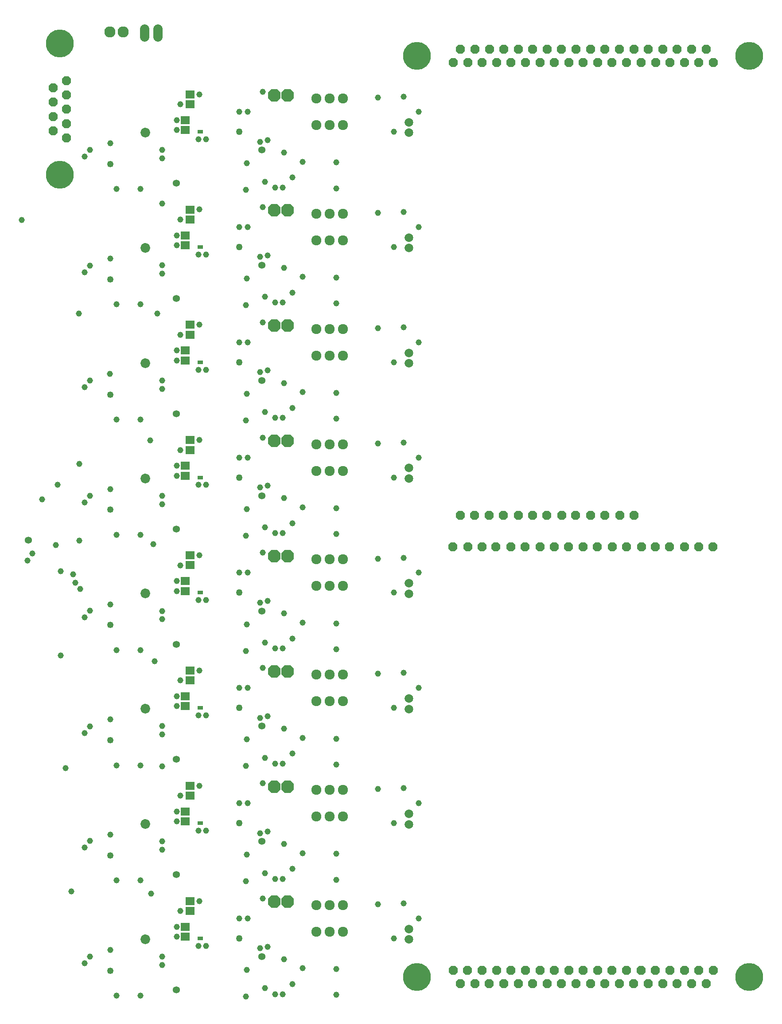
<source format=gbs>
G75*
%MOIN*%
%OFA0B0*%
%FSLAX25Y25*%
%IPPOS*%
%LPD*%
%AMOC8*
5,1,8,0,0,1.08239X$1,22.5*
%
%ADD10R,0.06890X0.06102*%
%ADD11C,0.05543*%
%ADD12C,0.06528*%
%ADD13R,0.02087X0.02677*%
%ADD14OC8,0.06000*%
%ADD15OC8,0.06984*%
%ADD16C,0.20000*%
%ADD17C,0.20984*%
%ADD18C,0.06000*%
%ADD19C,0.06984*%
%ADD20C,0.07400*%
%ADD21C,0.08384*%
%ADD22C,0.07283*%
%ADD23C,0.04921*%
%ADD24C,0.06600*%
%ADD25C,0.07584*%
%ADD26OC8,0.08500*%
%ADD27OC8,0.09484*%
%ADD28C,0.03575*%
%ADD29C,0.04559*%
%ADD30C,0.04362*%
%ADD31C,0.05346*%
%ADD32C,0.03969*%
%ADD33C,0.04953*%
D10*
X0166175Y0139341D03*
X0166175Y0146821D03*
X0169925Y0158716D03*
X0169925Y0166196D03*
X0166175Y0225955D03*
X0166175Y0233435D03*
X0169925Y0245330D03*
X0169925Y0252810D03*
X0166175Y0312569D03*
X0166175Y0320049D03*
X0169925Y0331944D03*
X0169925Y0339424D03*
X0166175Y0399183D03*
X0166175Y0406663D03*
X0169925Y0418558D03*
X0169925Y0426038D03*
X0166175Y0485797D03*
X0166175Y0493278D03*
X0169925Y0505172D03*
X0169925Y0512653D03*
X0166175Y0572411D03*
X0166175Y0579892D03*
X0169925Y0591786D03*
X0169925Y0599267D03*
X0166175Y0659026D03*
X0166175Y0666506D03*
X0169925Y0678401D03*
X0169925Y0685881D03*
X0166175Y0745640D03*
X0166175Y0753120D03*
X0169925Y0765015D03*
X0169925Y0772495D03*
D11*
X0334300Y0751442D03*
X0334300Y0743568D03*
X0334300Y0664828D03*
X0334300Y0656954D03*
X0334300Y0578214D03*
X0334300Y0570340D03*
X0334300Y0491599D03*
X0334300Y0483725D03*
X0334300Y0404985D03*
X0334300Y0397111D03*
X0334300Y0318371D03*
X0334300Y0310497D03*
X0334300Y0231757D03*
X0334300Y0223883D03*
X0334300Y0145143D03*
X0334300Y0137269D03*
D12*
X0334300Y0137269D03*
X0334300Y0145143D03*
X0334300Y0223883D03*
X0334300Y0231757D03*
X0334300Y0310497D03*
X0334300Y0318371D03*
X0334300Y0397111D03*
X0334300Y0404985D03*
X0334300Y0483725D03*
X0334300Y0491599D03*
X0334300Y0570340D03*
X0334300Y0578214D03*
X0334300Y0656954D03*
X0334300Y0664828D03*
X0334300Y0743568D03*
X0334300Y0751442D03*
D13*
X0178429Y0744380D03*
X0176421Y0744380D03*
X0176421Y0657766D03*
X0178429Y0657766D03*
X0178429Y0571152D03*
X0176421Y0571152D03*
X0176421Y0484537D03*
X0178429Y0484537D03*
X0178429Y0397923D03*
X0176421Y0397923D03*
X0176421Y0311309D03*
X0178429Y0311309D03*
X0178429Y0224695D03*
X0176421Y0224695D03*
X0176421Y0138081D03*
X0178429Y0138081D03*
D14*
X0367750Y0114016D03*
X0378550Y0114016D03*
X0389450Y0114016D03*
X0400350Y0114016D03*
X0411150Y0114016D03*
X0422050Y0114016D03*
X0432950Y0114016D03*
X0443850Y0114016D03*
X0454650Y0114016D03*
X0465550Y0114016D03*
X0476450Y0114016D03*
X0487250Y0114016D03*
X0498150Y0114016D03*
X0509050Y0114016D03*
X0519850Y0114016D03*
X0530750Y0114016D03*
X0541650Y0114016D03*
X0552450Y0114016D03*
X0563350Y0114016D03*
X0557950Y0104016D03*
X0547050Y0104016D03*
X0536150Y0104016D03*
X0525350Y0104016D03*
X0514450Y0104016D03*
X0503550Y0104016D03*
X0492750Y0104016D03*
X0481850Y0104016D03*
X0470950Y0104016D03*
X0460150Y0104016D03*
X0449250Y0104016D03*
X0438350Y0104016D03*
X0427550Y0104016D03*
X0416650Y0104016D03*
X0405750Y0104016D03*
X0394850Y0104016D03*
X0384050Y0104016D03*
X0373150Y0104016D03*
X0378675Y0432357D03*
X0389300Y0432357D03*
X0399925Y0432357D03*
X0411175Y0432357D03*
X0421800Y0432357D03*
X0433050Y0432357D03*
X0443675Y0432357D03*
X0454300Y0432357D03*
X0465550Y0432357D03*
X0476175Y0432357D03*
X0487425Y0432357D03*
X0498050Y0432357D03*
X0509300Y0432357D03*
X0519925Y0432357D03*
X0530550Y0432357D03*
X0541800Y0432357D03*
X0552425Y0432357D03*
X0563050Y0432357D03*
X0503675Y0456107D03*
X0493050Y0456107D03*
X0481800Y0456107D03*
X0471175Y0456107D03*
X0459925Y0456107D03*
X0449300Y0456107D03*
X0438050Y0456107D03*
X0427425Y0456107D03*
X0416800Y0456107D03*
X0405550Y0456107D03*
X0394925Y0456107D03*
X0383675Y0456107D03*
X0373050Y0456107D03*
X0367425Y0432357D03*
X0367750Y0796255D03*
X0373150Y0806255D03*
X0378650Y0796255D03*
X0384050Y0806255D03*
X0389450Y0796255D03*
X0400350Y0796255D03*
X0394950Y0806255D03*
X0405750Y0806255D03*
X0411250Y0796255D03*
X0416650Y0806255D03*
X0422050Y0796255D03*
X0427550Y0806255D03*
X0432950Y0796255D03*
X0438350Y0806255D03*
X0449250Y0806255D03*
X0443850Y0796255D03*
X0454650Y0796255D03*
X0460150Y0806255D03*
X0465550Y0796255D03*
X0470950Y0806255D03*
X0476450Y0796255D03*
X0481850Y0806255D03*
X0487250Y0796255D03*
X0492750Y0806255D03*
X0503650Y0806255D03*
X0509050Y0796255D03*
X0498150Y0796255D03*
X0514450Y0806255D03*
X0519950Y0796255D03*
X0525350Y0806255D03*
X0530750Y0796255D03*
X0536250Y0806255D03*
X0541650Y0796255D03*
X0552550Y0796255D03*
X0557950Y0806255D03*
X0547050Y0806255D03*
X0563350Y0796255D03*
X0076800Y0782855D03*
X0076800Y0772055D03*
X0076800Y0761255D03*
X0066800Y0755855D03*
X0066800Y0745055D03*
X0076800Y0739655D03*
X0076800Y0750455D03*
X0066800Y0766655D03*
X0066800Y0777455D03*
D15*
X0066800Y0777455D03*
X0076800Y0772055D03*
X0076800Y0761255D03*
X0066800Y0755855D03*
X0066800Y0745055D03*
X0076800Y0739655D03*
X0076800Y0750455D03*
X0066800Y0766655D03*
X0076800Y0782855D03*
X0367750Y0796255D03*
X0373150Y0806255D03*
X0378650Y0796255D03*
X0384050Y0806255D03*
X0389450Y0796255D03*
X0400350Y0796255D03*
X0394950Y0806255D03*
X0405750Y0806255D03*
X0411250Y0796255D03*
X0416650Y0806255D03*
X0422050Y0796255D03*
X0427550Y0806255D03*
X0432950Y0796255D03*
X0438350Y0806255D03*
X0449250Y0806255D03*
X0443850Y0796255D03*
X0454650Y0796255D03*
X0460150Y0806255D03*
X0465550Y0796255D03*
X0470950Y0806255D03*
X0476450Y0796255D03*
X0481850Y0806255D03*
X0487250Y0796255D03*
X0492750Y0806255D03*
X0503650Y0806255D03*
X0509050Y0796255D03*
X0498150Y0796255D03*
X0514450Y0806255D03*
X0519950Y0796255D03*
X0525350Y0806255D03*
X0530750Y0796255D03*
X0536250Y0806255D03*
X0541650Y0796255D03*
X0552550Y0796255D03*
X0557950Y0806255D03*
X0547050Y0806255D03*
X0563350Y0796255D03*
X0503675Y0456107D03*
X0493050Y0456107D03*
X0481800Y0456107D03*
X0471175Y0456107D03*
X0459925Y0456107D03*
X0449300Y0456107D03*
X0438050Y0456107D03*
X0427425Y0456107D03*
X0416800Y0456107D03*
X0405550Y0456107D03*
X0394925Y0456107D03*
X0383675Y0456107D03*
X0373050Y0456107D03*
X0367425Y0432357D03*
X0378675Y0432357D03*
X0389300Y0432357D03*
X0399925Y0432357D03*
X0411175Y0432357D03*
X0421800Y0432357D03*
X0433050Y0432357D03*
X0443675Y0432357D03*
X0454300Y0432357D03*
X0465550Y0432357D03*
X0476175Y0432357D03*
X0487425Y0432357D03*
X0498050Y0432357D03*
X0509300Y0432357D03*
X0519925Y0432357D03*
X0530550Y0432357D03*
X0541800Y0432357D03*
X0552425Y0432357D03*
X0563050Y0432357D03*
X0563350Y0114016D03*
X0552450Y0114016D03*
X0541650Y0114016D03*
X0530750Y0114016D03*
X0519850Y0114016D03*
X0509050Y0114016D03*
X0498150Y0114016D03*
X0487250Y0114016D03*
X0476450Y0114016D03*
X0465550Y0114016D03*
X0454650Y0114016D03*
X0443850Y0114016D03*
X0432950Y0114016D03*
X0422050Y0114016D03*
X0411150Y0114016D03*
X0400350Y0114016D03*
X0389450Y0114016D03*
X0378550Y0114016D03*
X0367750Y0114016D03*
X0373150Y0104016D03*
X0384050Y0104016D03*
X0394850Y0104016D03*
X0405750Y0104016D03*
X0416650Y0104016D03*
X0427550Y0104016D03*
X0438350Y0104016D03*
X0449250Y0104016D03*
X0460150Y0104016D03*
X0470950Y0104016D03*
X0481850Y0104016D03*
X0492750Y0104016D03*
X0503550Y0104016D03*
X0514450Y0104016D03*
X0525350Y0104016D03*
X0536150Y0104016D03*
X0547050Y0104016D03*
X0557950Y0104016D03*
D16*
X0590550Y0109016D03*
X0340550Y0109016D03*
X0071800Y0711955D03*
X0071800Y0810555D03*
X0340550Y0801255D03*
X0590550Y0801255D03*
D17*
X0590550Y0801255D03*
X0340550Y0801255D03*
X0071800Y0810555D03*
X0071800Y0711955D03*
X0340550Y0109016D03*
X0590550Y0109016D03*
D18*
X0145550Y0815755D02*
X0145550Y0821755D01*
X0135550Y0821755D02*
X0135550Y0815755D01*
D19*
X0135550Y0821755D01*
X0145550Y0821755D02*
X0145550Y0815755D01*
D20*
X0119300Y0819380D03*
X0109300Y0819380D03*
D21*
X0109300Y0819380D03*
X0119300Y0819380D03*
D22*
X0136239Y0743691D03*
X0136239Y0657077D03*
X0136239Y0570463D03*
X0136239Y0483848D03*
X0136239Y0397234D03*
X0136239Y0310620D03*
X0136239Y0224006D03*
X0136239Y0137392D03*
D23*
X0109861Y0113770D03*
X0109861Y0200384D03*
X0109861Y0286998D03*
X0109861Y0373612D03*
X0109861Y0460226D03*
X0109861Y0546841D03*
X0109861Y0633455D03*
X0109861Y0720069D03*
D24*
X0264925Y0749380D03*
X0274925Y0749380D03*
X0284925Y0749380D03*
X0284925Y0769380D03*
X0274925Y0769380D03*
X0264925Y0769380D03*
X0264925Y0682766D03*
X0274925Y0682766D03*
X0284925Y0682766D03*
X0284925Y0662766D03*
X0274925Y0662766D03*
X0264925Y0662766D03*
X0264925Y0596152D03*
X0274925Y0596152D03*
X0284925Y0596152D03*
X0284925Y0576152D03*
X0274925Y0576152D03*
X0264925Y0576152D03*
X0264925Y0509537D03*
X0274925Y0509537D03*
X0284925Y0509537D03*
X0284925Y0489537D03*
X0274925Y0489537D03*
X0264925Y0489537D03*
X0264925Y0422923D03*
X0274925Y0422923D03*
X0284925Y0422923D03*
X0284925Y0402923D03*
X0274925Y0402923D03*
X0264925Y0402923D03*
X0264925Y0336309D03*
X0274925Y0336309D03*
X0284925Y0336309D03*
X0284925Y0316309D03*
X0274925Y0316309D03*
X0264925Y0316309D03*
X0264925Y0249695D03*
X0274925Y0249695D03*
X0284925Y0249695D03*
X0284925Y0229695D03*
X0274925Y0229695D03*
X0264925Y0229695D03*
X0264925Y0163081D03*
X0274925Y0163081D03*
X0284925Y0163081D03*
X0284925Y0143081D03*
X0274925Y0143081D03*
X0264925Y0143081D03*
D25*
X0264925Y0143081D03*
X0274925Y0143081D03*
X0284925Y0143081D03*
X0284925Y0163081D03*
X0274925Y0163081D03*
X0264925Y0163081D03*
X0264925Y0229695D03*
X0274925Y0229695D03*
X0284925Y0229695D03*
X0284925Y0249695D03*
X0274925Y0249695D03*
X0264925Y0249695D03*
X0264925Y0316309D03*
X0274925Y0316309D03*
X0284925Y0316309D03*
X0284925Y0336309D03*
X0274925Y0336309D03*
X0264925Y0336309D03*
X0264925Y0402923D03*
X0274925Y0402923D03*
X0284925Y0402923D03*
X0284925Y0422923D03*
X0274925Y0422923D03*
X0264925Y0422923D03*
X0264925Y0489537D03*
X0274925Y0489537D03*
X0284925Y0489537D03*
X0284925Y0509537D03*
X0274925Y0509537D03*
X0264925Y0509537D03*
X0264925Y0576152D03*
X0274925Y0576152D03*
X0284925Y0576152D03*
X0284925Y0596152D03*
X0274925Y0596152D03*
X0264925Y0596152D03*
X0264925Y0662766D03*
X0274925Y0662766D03*
X0284925Y0662766D03*
X0284925Y0682766D03*
X0274925Y0682766D03*
X0264925Y0682766D03*
X0264925Y0749380D03*
X0274925Y0749380D03*
X0284925Y0749380D03*
X0284925Y0769380D03*
X0274925Y0769380D03*
X0264925Y0769380D03*
D26*
X0243050Y0771880D03*
X0233050Y0771880D03*
X0233050Y0685266D03*
X0243050Y0685266D03*
X0243050Y0598652D03*
X0233050Y0598652D03*
X0233050Y0512037D03*
X0243050Y0512037D03*
X0243050Y0425423D03*
X0233050Y0425423D03*
X0233050Y0338809D03*
X0243050Y0338809D03*
X0243050Y0252195D03*
X0233050Y0252195D03*
X0233050Y0165581D03*
X0243050Y0165581D03*
D27*
X0243050Y0165581D03*
X0233050Y0165581D03*
X0233050Y0252195D03*
X0243050Y0252195D03*
X0243050Y0338809D03*
X0233050Y0338809D03*
X0233050Y0425423D03*
X0243050Y0425423D03*
X0243050Y0512037D03*
X0233050Y0512037D03*
X0233050Y0598652D03*
X0243050Y0598652D03*
X0243050Y0685266D03*
X0233050Y0685266D03*
X0233050Y0771880D03*
X0243050Y0771880D03*
D28*
X0224300Y0774380D03*
X0213050Y0759380D03*
X0206800Y0759380D03*
X0222425Y0736880D03*
X0228050Y0738130D03*
X0240550Y0728755D03*
X0254300Y0721880D03*
X0246800Y0710005D03*
X0239300Y0702505D03*
X0233675Y0702505D03*
X0226175Y0706880D03*
X0224300Y0687766D03*
X0213050Y0672766D03*
X0206800Y0672766D03*
X0222425Y0650266D03*
X0228050Y0651516D03*
X0240550Y0642141D03*
X0254300Y0635266D03*
X0246800Y0623391D03*
X0239300Y0615891D03*
X0233675Y0615891D03*
X0226175Y0620266D03*
X0211800Y0614016D03*
X0224300Y0601152D03*
X0213050Y0586152D03*
X0206800Y0586152D03*
X0222425Y0563652D03*
X0228050Y0564902D03*
X0240550Y0555527D03*
X0254300Y0548652D03*
X0246800Y0536777D03*
X0239300Y0529277D03*
X0233675Y0529277D03*
X0226175Y0533652D03*
X0211800Y0527402D03*
X0224300Y0514537D03*
X0213050Y0499537D03*
X0206800Y0499537D03*
X0222425Y0477037D03*
X0228050Y0478287D03*
X0240550Y0468912D03*
X0254300Y0462037D03*
X0246800Y0450162D03*
X0239300Y0442662D03*
X0233675Y0442662D03*
X0226175Y0447037D03*
X0224300Y0427923D03*
X0211800Y0440787D03*
X0212425Y0460787D03*
X0181800Y0478912D03*
X0176175Y0478912D03*
X0159925Y0485787D03*
X0159925Y0493287D03*
X0162425Y0505162D03*
X0176800Y0512662D03*
X0148675Y0551152D03*
X0148675Y0557402D03*
X0159925Y0572402D03*
X0159925Y0579902D03*
X0162425Y0591777D03*
X0176800Y0599277D03*
X0176175Y0565527D03*
X0181800Y0565527D03*
X0212425Y0547402D03*
X0212425Y0634016D03*
X0181800Y0652141D03*
X0176175Y0652141D03*
X0159925Y0659016D03*
X0159925Y0666516D03*
X0162425Y0678391D03*
X0148719Y0690522D03*
X0132425Y0701255D03*
X0114300Y0701255D03*
X0094300Y0730630D03*
X0090550Y0725630D03*
X0109925Y0735630D03*
X0148675Y0730630D03*
X0148675Y0724380D03*
X0159925Y0745630D03*
X0159925Y0753130D03*
X0162425Y0765005D03*
X0176800Y0772505D03*
X0176175Y0738755D03*
X0181800Y0738755D03*
X0212425Y0720630D03*
X0211800Y0700630D03*
X0176800Y0685891D03*
X0148675Y0644016D03*
X0148675Y0637766D03*
X0132425Y0614641D03*
X0144979Y0607771D03*
X0114300Y0614641D03*
X0094300Y0643755D03*
X0090550Y0638755D03*
X0109925Y0649016D03*
X0086072Y0607771D03*
X0109448Y0562421D03*
X0094300Y0557505D03*
X0090550Y0552505D03*
X0114300Y0528027D03*
X0132425Y0528027D03*
X0139836Y0512397D03*
X0148675Y0470787D03*
X0148675Y0464537D03*
X0132425Y0441412D03*
X0142174Y0434321D03*
X0162425Y0418548D03*
X0159925Y0406673D03*
X0159925Y0399173D03*
X0148675Y0384173D03*
X0148675Y0377923D03*
X0132425Y0354798D03*
X0143109Y0346427D03*
X0162425Y0331934D03*
X0159925Y0320059D03*
X0159925Y0312559D03*
X0148675Y0297559D03*
X0148675Y0291309D03*
X0148719Y0267416D03*
X0162425Y0245320D03*
X0159925Y0233445D03*
X0159925Y0225945D03*
X0148675Y0210945D03*
X0148675Y0204695D03*
X0132425Y0181570D03*
X0140304Y0171575D03*
X0162425Y0158706D03*
X0159925Y0146831D03*
X0159925Y0139331D03*
X0148675Y0124331D03*
X0148675Y0118081D03*
X0132425Y0094956D03*
X0114300Y0094956D03*
X0090550Y0119380D03*
X0094300Y0124380D03*
X0109925Y0129331D03*
X0080461Y0173445D03*
X0090550Y0206255D03*
X0094300Y0211255D03*
X0109925Y0215945D03*
X0114300Y0181570D03*
X0114300Y0268184D03*
X0132425Y0268184D03*
X0109925Y0302559D03*
X0094300Y0297505D03*
X0090550Y0292505D03*
X0076254Y0266014D03*
X0072514Y0350635D03*
X0090550Y0379380D03*
X0094300Y0384380D03*
X0087007Y0400660D03*
X0083267Y0405335D03*
X0081864Y0411880D03*
X0072514Y0414218D03*
X0068773Y0433853D03*
X0086539Y0437126D03*
X0090550Y0465630D03*
X0094300Y0470630D03*
X0109925Y0475787D03*
X0086539Y0494631D03*
X0070176Y0479203D03*
X0058488Y0467982D03*
X0051008Y0427308D03*
X0047268Y0422165D03*
X0114300Y0441412D03*
X0109925Y0389173D03*
X0114300Y0354798D03*
X0176800Y0339434D03*
X0176175Y0305684D03*
X0181800Y0305684D03*
X0206800Y0326309D03*
X0213050Y0326309D03*
X0224300Y0341309D03*
X0233675Y0356048D03*
X0239300Y0356048D03*
X0246800Y0363548D03*
X0254300Y0375423D03*
X0240550Y0382298D03*
X0228050Y0391673D03*
X0222425Y0390423D03*
X0212425Y0374173D03*
X0211800Y0354173D03*
X0226175Y0360423D03*
X0213050Y0412923D03*
X0206800Y0412923D03*
X0181800Y0392298D03*
X0176175Y0392298D03*
X0176800Y0426048D03*
X0222425Y0303809D03*
X0228050Y0305059D03*
X0240550Y0295684D03*
X0254300Y0288809D03*
X0246800Y0276934D03*
X0239300Y0269434D03*
X0233675Y0269434D03*
X0226175Y0273809D03*
X0224300Y0254695D03*
X0211800Y0267559D03*
X0212425Y0287559D03*
X0213050Y0239695D03*
X0206800Y0239695D03*
X0222425Y0217195D03*
X0228050Y0218445D03*
X0240550Y0209070D03*
X0254300Y0202195D03*
X0246800Y0190320D03*
X0239300Y0182820D03*
X0233675Y0182820D03*
X0226175Y0187195D03*
X0224300Y0168081D03*
X0211800Y0180945D03*
X0212425Y0200945D03*
X0181800Y0219070D03*
X0176175Y0219070D03*
X0176800Y0252820D03*
X0176800Y0166206D03*
X0176175Y0132456D03*
X0181800Y0132456D03*
X0206800Y0153081D03*
X0213050Y0153081D03*
X0228050Y0131831D03*
X0222425Y0130581D03*
X0212425Y0114331D03*
X0226175Y0100581D03*
X0233675Y0096206D03*
X0239300Y0096206D03*
X0246800Y0103706D03*
X0254300Y0115581D03*
X0240550Y0122456D03*
X0211800Y0094331D03*
X0279925Y0095581D03*
X0279925Y0114956D03*
X0311175Y0163706D03*
X0330550Y0164331D03*
X0341800Y0153081D03*
X0323050Y0138081D03*
X0279925Y0182195D03*
X0279925Y0201570D03*
X0311175Y0250320D03*
X0330550Y0250945D03*
X0341800Y0239695D03*
X0323050Y0224695D03*
X0279925Y0268809D03*
X0279925Y0288184D03*
X0311175Y0336934D03*
X0330550Y0337559D03*
X0341800Y0326309D03*
X0323050Y0311309D03*
X0279925Y0355423D03*
X0279925Y0374798D03*
X0311175Y0423548D03*
X0330550Y0424173D03*
X0341800Y0412923D03*
X0323050Y0397923D03*
X0279925Y0442037D03*
X0279925Y0461412D03*
X0311175Y0510162D03*
X0330550Y0510787D03*
X0341800Y0499537D03*
X0323050Y0484537D03*
X0279925Y0528652D03*
X0279925Y0548027D03*
X0311175Y0596777D03*
X0330550Y0597402D03*
X0341800Y0586152D03*
X0323050Y0571152D03*
X0279925Y0615266D03*
X0279925Y0634641D03*
X0311175Y0683391D03*
X0330550Y0684016D03*
X0341800Y0672766D03*
X0323050Y0657766D03*
X0279925Y0701880D03*
X0279925Y0721255D03*
X0311175Y0770005D03*
X0330550Y0770630D03*
X0341800Y0759380D03*
X0323050Y0744380D03*
X0043050Y0678130D03*
D29*
X0090550Y0119380D03*
X0094300Y0124380D03*
X0109925Y0129331D03*
X0114300Y0094956D03*
X0132425Y0094956D03*
X0148675Y0118081D03*
X0148675Y0124331D03*
X0159925Y0139331D03*
X0159925Y0146831D03*
X0162425Y0158706D03*
X0176800Y0166206D03*
X0176175Y0132456D03*
X0181800Y0132456D03*
X0206800Y0153081D03*
X0213050Y0153081D03*
X0224300Y0168081D03*
X0233675Y0182820D03*
X0239300Y0182820D03*
X0246800Y0190320D03*
X0254300Y0202195D03*
X0240550Y0209070D03*
X0228050Y0218445D03*
X0222425Y0217195D03*
X0212425Y0200945D03*
X0226175Y0187195D03*
X0211800Y0180945D03*
X0181800Y0219070D03*
X0176175Y0219070D03*
X0159925Y0225945D03*
X0159925Y0233445D03*
X0162425Y0245320D03*
X0148719Y0267416D03*
X0132425Y0268184D03*
X0114300Y0268184D03*
X0090550Y0292505D03*
X0094300Y0297505D03*
X0109925Y0302559D03*
X0143109Y0346427D03*
X0132425Y0354798D03*
X0114300Y0354798D03*
X0090550Y0379380D03*
X0094300Y0384380D03*
X0087007Y0400660D03*
X0083267Y0405335D03*
X0081864Y0411880D03*
X0072514Y0414218D03*
X0068773Y0433853D03*
X0086539Y0437126D03*
X0090550Y0465630D03*
X0094300Y0470630D03*
X0109925Y0475787D03*
X0086539Y0494631D03*
X0070176Y0479203D03*
X0058488Y0467982D03*
X0051008Y0427308D03*
X0047268Y0422165D03*
X0072514Y0350635D03*
X0109925Y0389173D03*
X0142174Y0434321D03*
X0132425Y0441412D03*
X0114300Y0441412D03*
X0148675Y0464537D03*
X0148675Y0470787D03*
X0159925Y0485787D03*
X0159925Y0493287D03*
X0162425Y0505162D03*
X0176800Y0512662D03*
X0176175Y0478912D03*
X0181800Y0478912D03*
X0206800Y0499537D03*
X0213050Y0499537D03*
X0224300Y0514537D03*
X0233675Y0529277D03*
X0239300Y0529277D03*
X0246800Y0536777D03*
X0254300Y0548652D03*
X0240550Y0555527D03*
X0228050Y0564902D03*
X0222425Y0563652D03*
X0212425Y0547402D03*
X0211800Y0527402D03*
X0226175Y0533652D03*
X0213050Y0586152D03*
X0206800Y0586152D03*
X0224300Y0601152D03*
X0233675Y0615891D03*
X0239300Y0615891D03*
X0246800Y0623391D03*
X0254300Y0635266D03*
X0240550Y0642141D03*
X0228050Y0651516D03*
X0222425Y0650266D03*
X0212425Y0634016D03*
X0211800Y0614016D03*
X0226175Y0620266D03*
X0213050Y0672766D03*
X0206800Y0672766D03*
X0224300Y0687766D03*
X0233675Y0702505D03*
X0239300Y0702505D03*
X0246800Y0710005D03*
X0254300Y0721880D03*
X0240550Y0728755D03*
X0228050Y0738130D03*
X0222425Y0736880D03*
X0212425Y0720630D03*
X0211800Y0700630D03*
X0226175Y0706880D03*
X0213050Y0759380D03*
X0206800Y0759380D03*
X0224300Y0774380D03*
X0176800Y0772505D03*
X0162425Y0765005D03*
X0159925Y0753130D03*
X0159925Y0745630D03*
X0148675Y0730630D03*
X0148675Y0724380D03*
X0132425Y0701255D03*
X0114300Y0701255D03*
X0094300Y0730630D03*
X0090550Y0725630D03*
X0109925Y0735630D03*
X0148719Y0690522D03*
X0162425Y0678391D03*
X0159925Y0666516D03*
X0159925Y0659016D03*
X0148675Y0644016D03*
X0148675Y0637766D03*
X0132425Y0614641D03*
X0144979Y0607771D03*
X0162425Y0591777D03*
X0159925Y0579902D03*
X0159925Y0572402D03*
X0148675Y0557402D03*
X0148675Y0551152D03*
X0132425Y0528027D03*
X0139836Y0512397D03*
X0114300Y0528027D03*
X0094300Y0557505D03*
X0090550Y0552505D03*
X0109448Y0562421D03*
X0086072Y0607771D03*
X0114300Y0614641D03*
X0094300Y0643755D03*
X0090550Y0638755D03*
X0109925Y0649016D03*
X0176175Y0652141D03*
X0181800Y0652141D03*
X0176800Y0685891D03*
X0176175Y0738755D03*
X0181800Y0738755D03*
X0176800Y0599277D03*
X0176175Y0565527D03*
X0181800Y0565527D03*
X0222425Y0477037D03*
X0228050Y0478287D03*
X0240550Y0468912D03*
X0254300Y0462037D03*
X0246800Y0450162D03*
X0239300Y0442662D03*
X0233675Y0442662D03*
X0226175Y0447037D03*
X0224300Y0427923D03*
X0211800Y0440787D03*
X0212425Y0460787D03*
X0213050Y0412923D03*
X0206800Y0412923D03*
X0222425Y0390423D03*
X0228050Y0391673D03*
X0240550Y0382298D03*
X0254300Y0375423D03*
X0246800Y0363548D03*
X0239300Y0356048D03*
X0233675Y0356048D03*
X0226175Y0360423D03*
X0224300Y0341309D03*
X0211800Y0354173D03*
X0212425Y0374173D03*
X0181800Y0392298D03*
X0176175Y0392298D03*
X0159925Y0399173D03*
X0159925Y0406673D03*
X0162425Y0418548D03*
X0176800Y0426048D03*
X0148675Y0384173D03*
X0148675Y0377923D03*
X0176800Y0339434D03*
X0162425Y0331934D03*
X0159925Y0320059D03*
X0159925Y0312559D03*
X0148675Y0297559D03*
X0148675Y0291309D03*
X0176175Y0305684D03*
X0181800Y0305684D03*
X0206800Y0326309D03*
X0213050Y0326309D03*
X0222425Y0303809D03*
X0228050Y0305059D03*
X0240550Y0295684D03*
X0254300Y0288809D03*
X0246800Y0276934D03*
X0239300Y0269434D03*
X0233675Y0269434D03*
X0226175Y0273809D03*
X0224300Y0254695D03*
X0211800Y0267559D03*
X0212425Y0287559D03*
X0213050Y0239695D03*
X0206800Y0239695D03*
X0176800Y0252820D03*
X0148675Y0210945D03*
X0148675Y0204695D03*
X0132425Y0181570D03*
X0140304Y0171575D03*
X0114300Y0181570D03*
X0090550Y0206255D03*
X0094300Y0211255D03*
X0109925Y0215945D03*
X0080461Y0173445D03*
X0076254Y0266014D03*
X0212425Y0114331D03*
X0222425Y0130581D03*
X0228050Y0131831D03*
X0240550Y0122456D03*
X0254300Y0115581D03*
X0246800Y0103706D03*
X0239300Y0096206D03*
X0233675Y0096206D03*
X0226175Y0100581D03*
X0211800Y0094331D03*
X0279925Y0095581D03*
X0279925Y0114956D03*
X0311175Y0163706D03*
X0330550Y0164331D03*
X0341800Y0153081D03*
X0323050Y0138081D03*
X0279925Y0182195D03*
X0279925Y0201570D03*
X0311175Y0250320D03*
X0330550Y0250945D03*
X0341800Y0239695D03*
X0323050Y0224695D03*
X0279925Y0268809D03*
X0279925Y0288184D03*
X0311175Y0336934D03*
X0330550Y0337559D03*
X0341800Y0326309D03*
X0323050Y0311309D03*
X0279925Y0355423D03*
X0279925Y0374798D03*
X0311175Y0423548D03*
X0330550Y0424173D03*
X0341800Y0412923D03*
X0323050Y0397923D03*
X0279925Y0442037D03*
X0279925Y0461412D03*
X0311175Y0510162D03*
X0330550Y0510787D03*
X0341800Y0499537D03*
X0323050Y0484537D03*
X0279925Y0528652D03*
X0279925Y0548027D03*
X0311175Y0596777D03*
X0330550Y0597402D03*
X0341800Y0586152D03*
X0323050Y0571152D03*
X0279925Y0615266D03*
X0279925Y0634641D03*
X0311175Y0683391D03*
X0330550Y0684016D03*
X0341800Y0672766D03*
X0323050Y0657766D03*
X0279925Y0701880D03*
X0279925Y0721255D03*
X0311175Y0770005D03*
X0330550Y0770630D03*
X0341800Y0759380D03*
X0323050Y0744380D03*
X0043050Y0678130D03*
D30*
X0159300Y0705630D03*
X0223675Y0730630D03*
X0223675Y0644016D03*
X0159300Y0619016D03*
X0159300Y0532402D03*
X0159300Y0445787D03*
X0223675Y0470787D03*
X0223675Y0384173D03*
X0159300Y0359173D03*
X0159300Y0272559D03*
X0223675Y0297559D03*
X0223675Y0210945D03*
X0159300Y0185945D03*
X0159300Y0099331D03*
X0223675Y0124331D03*
X0048050Y0437313D03*
X0223675Y0557402D03*
D31*
X0223675Y0557402D03*
X0159300Y0532402D03*
X0159300Y0445787D03*
X0223675Y0470787D03*
X0223675Y0384173D03*
X0159300Y0359173D03*
X0159300Y0272559D03*
X0223675Y0297559D03*
X0223675Y0210945D03*
X0159300Y0185945D03*
X0159300Y0099331D03*
X0223675Y0124331D03*
X0048050Y0437313D03*
X0159300Y0619016D03*
X0223675Y0644016D03*
X0223675Y0730630D03*
X0159300Y0705630D03*
D32*
X0206800Y0744380D03*
X0206800Y0657766D03*
X0206800Y0571152D03*
X0206800Y0484537D03*
X0206800Y0397923D03*
X0206800Y0311309D03*
X0206800Y0224695D03*
X0206800Y0138081D03*
D33*
X0206800Y0138081D03*
X0206800Y0224695D03*
X0206800Y0311309D03*
X0206800Y0397923D03*
X0206800Y0484537D03*
X0206800Y0571152D03*
X0206800Y0657766D03*
X0206800Y0744380D03*
M02*

</source>
